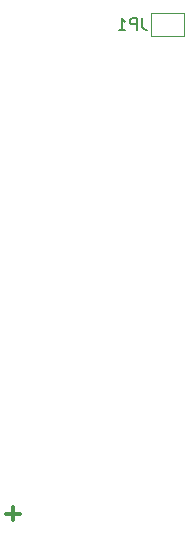
<source format=gbo>
G04 #@! TF.GenerationSoftware,KiCad,Pcbnew,(5.1.4)-1*
G04 #@! TF.CreationDate,2020-11-18T17:54:53+09:00*
G04 #@! TF.ProjectId,CurrentIndicator,43757272-656e-4744-996e-64696361746f,rev?*
G04 #@! TF.SameCoordinates,Original*
G04 #@! TF.FileFunction,Legend,Bot*
G04 #@! TF.FilePolarity,Positive*
%FSLAX46Y46*%
G04 Gerber Fmt 4.6, Leading zero omitted, Abs format (unit mm)*
G04 Created by KiCad (PCBNEW (5.1.4)-1) date 2020-11-18 17:54:53*
%MOMM*%
%LPD*%
G04 APERTURE LIST*
%ADD10C,0.300000*%
%ADD11C,0.120000*%
%ADD12C,0.150000*%
G04 APERTURE END LIST*
D10*
X152871428Y-146707142D02*
X151728571Y-146707142D01*
X152300000Y-147278571D02*
X152300000Y-146135714D01*
D11*
X164000000Y-106300000D02*
X166800000Y-106300000D01*
X166800000Y-106300000D02*
X166800000Y-104300000D01*
X166800000Y-104300000D02*
X164000000Y-104300000D01*
X164000000Y-104300000D02*
X164000000Y-106300000D01*
D12*
X163233333Y-104752380D02*
X163233333Y-105466666D01*
X163280952Y-105609523D01*
X163376190Y-105704761D01*
X163519047Y-105752380D01*
X163614285Y-105752380D01*
X162757142Y-105752380D02*
X162757142Y-104752380D01*
X162376190Y-104752380D01*
X162280952Y-104800000D01*
X162233333Y-104847619D01*
X162185714Y-104942857D01*
X162185714Y-105085714D01*
X162233333Y-105180952D01*
X162280952Y-105228571D01*
X162376190Y-105276190D01*
X162757142Y-105276190D01*
X161233333Y-105752380D02*
X161804761Y-105752380D01*
X161519047Y-105752380D02*
X161519047Y-104752380D01*
X161614285Y-104895238D01*
X161709523Y-104990476D01*
X161804761Y-105038095D01*
M02*

</source>
